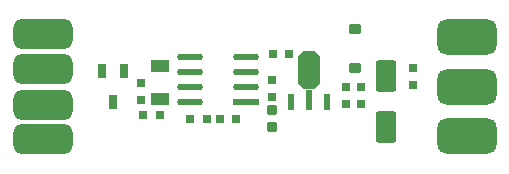
<source format=gbr>
%TF.GenerationSoftware,Altium Limited,Altium Designer,25.8.1 (18)*%
G04 Layer_Color=8421504*
%FSLAX45Y45*%
%MOMM*%
%TF.SameCoordinates,C83170FB-7693-46FD-9F59-C890998B4B8C*%
%TF.FilePolarity,Positive*%
%TF.FileFunction,Paste,Top*%
%TF.Part,Single*%
G01*
G75*
%TA.AperFunction,SMDPad,CuDef*%
G04:AMPARAMS|DCode=10|XSize=2.16916mm|YSize=0.58213mm|CornerRadius=0.29107mm|HoleSize=0mm|Usage=FLASHONLY|Rotation=180.000|XOffset=0mm|YOffset=0mm|HoleType=Round|Shape=RoundedRectangle|*
%AMROUNDEDRECTD10*
21,1,2.16916,0.00000,0,0,180.0*
21,1,1.58703,0.58213,0,0,180.0*
1,1,0.58213,-0.79351,0.00000*
1,1,0.58213,0.79351,0.00000*
1,1,0.58213,0.79351,0.00000*
1,1,0.58213,-0.79351,0.00000*
%
%ADD10ROUNDEDRECTD10*%
%ADD11R,2.16916X0.58213*%
G04:AMPARAMS|DCode=12|XSize=2.65mm|YSize=1.75mm|CornerRadius=0.21875mm|HoleSize=0mm|Usage=FLASHONLY|Rotation=270.000|XOffset=0mm|YOffset=0mm|HoleType=Round|Shape=RoundedRectangle|*
%AMROUNDEDRECTD12*
21,1,2.65000,1.31250,0,0,270.0*
21,1,2.21250,1.75000,0,0,270.0*
1,1,0.43750,-0.65625,-1.10625*
1,1,0.43750,-0.65625,1.10625*
1,1,0.43750,0.65625,1.10625*
1,1,0.43750,0.65625,-1.10625*
%
%ADD12ROUNDEDRECTD12*%
G04:AMPARAMS|DCode=13|XSize=0.76mm|YSize=0.6604mm|CornerRadius=0.08255mm|HoleSize=0mm|Usage=FLASHONLY|Rotation=270.000|XOffset=0mm|YOffset=0mm|HoleType=Round|Shape=RoundedRectangle|*
%AMROUNDEDRECTD13*
21,1,0.76000,0.49530,0,0,270.0*
21,1,0.59490,0.66040,0,0,270.0*
1,1,0.16510,-0.24765,-0.29745*
1,1,0.16510,-0.24765,0.29745*
1,1,0.16510,0.24765,0.29745*
1,1,0.16510,0.24765,-0.29745*
%
%ADD13ROUNDEDRECTD13*%
G04:AMPARAMS|DCode=14|XSize=2.5mm|YSize=5mm|CornerRadius=0.625mm|HoleSize=0mm|Usage=FLASHONLY|Rotation=90.000|XOffset=0mm|YOffset=0mm|HoleType=Round|Shape=RoundedRectangle|*
%AMROUNDEDRECTD14*
21,1,2.50000,3.75000,0,0,90.0*
21,1,1.25000,5.00000,0,0,90.0*
1,1,1.25000,1.87500,0.62500*
1,1,1.25000,1.87500,-0.62500*
1,1,1.25000,-1.87500,-0.62500*
1,1,1.25000,-1.87500,0.62500*
%
%ADD14ROUNDEDRECTD14*%
G04:AMPARAMS|DCode=15|XSize=1.9mm|YSize=3.2mm|CornerRadius=0mm|HoleSize=0mm|Usage=FLASHONLY|Rotation=180.000|XOffset=0mm|YOffset=0mm|HoleType=Round|Shape=Octagon|*
%AMOCTAGOND15*
4,1,8,0.47500,-1.60000,-0.47500,-1.60000,-0.95000,-1.12500,-0.95000,1.12500,-0.47500,1.60000,0.47500,1.60000,0.95000,1.12500,0.95000,-1.12500,0.47500,-1.60000,0.0*
%
%ADD15OCTAGOND15*%

%ADD16R,0.60000X1.80000*%
G04:AMPARAMS|DCode=17|XSize=3mm|YSize=5mm|CornerRadius=0.75mm|HoleSize=0mm|Usage=FLASHONLY|Rotation=90.000|XOffset=0mm|YOffset=0mm|HoleType=Round|Shape=RoundedRectangle|*
%AMROUNDEDRECTD17*
21,1,3.00000,3.50000,0,0,90.0*
21,1,1.50000,5.00000,0,0,90.0*
1,1,1.50000,1.75000,0.75000*
1,1,1.50000,1.75000,-0.75000*
1,1,1.50000,-1.75000,-0.75000*
1,1,1.50000,-1.75000,0.75000*
%
%ADD17ROUNDEDRECTD17*%
%ADD18R,0.70000X1.20000*%
G04:AMPARAMS|DCode=19|XSize=0.8mm|YSize=0.8mm|CornerRadius=0.1mm|HoleSize=0mm|Usage=FLASHONLY|Rotation=90.000|XOffset=0mm|YOffset=0mm|HoleType=Round|Shape=RoundedRectangle|*
%AMROUNDEDRECTD19*
21,1,0.80000,0.60000,0,0,90.0*
21,1,0.60000,0.80000,0,0,90.0*
1,1,0.20000,0.30000,0.30000*
1,1,0.20000,0.30000,-0.30000*
1,1,0.20000,-0.30000,-0.30000*
1,1,0.20000,-0.30000,0.30000*
%
%ADD19ROUNDEDRECTD19*%
G04:AMPARAMS|DCode=20|XSize=0.76mm|YSize=0.6604mm|CornerRadius=0.08255mm|HoleSize=0mm|Usage=FLASHONLY|Rotation=0.000|XOffset=0mm|YOffset=0mm|HoleType=Round|Shape=RoundedRectangle|*
%AMROUNDEDRECTD20*
21,1,0.76000,0.49530,0,0,0.0*
21,1,0.59490,0.66040,0,0,0.0*
1,1,0.16510,0.29745,-0.24765*
1,1,0.16510,-0.29745,-0.24765*
1,1,0.16510,-0.29745,0.24765*
1,1,0.16510,0.29745,0.24765*
%
%ADD20ROUNDEDRECTD20*%
%ADD21R,0.60000X1.40000*%
%ADD22R,1.65000X1.10000*%
G04:AMPARAMS|DCode=23|XSize=0.8mm|YSize=1mm|CornerRadius=0.1mm|HoleSize=0mm|Usage=FLASHONLY|Rotation=270.000|XOffset=0mm|YOffset=0mm|HoleType=Round|Shape=RoundedRectangle|*
%AMROUNDEDRECTD23*
21,1,0.80000,0.80000,0,0,270.0*
21,1,0.60000,1.00000,0,0,270.0*
1,1,0.20000,-0.40000,-0.30000*
1,1,0.20000,-0.40000,0.30000*
1,1,0.20000,0.40000,0.30000*
1,1,0.20000,0.40000,-0.30000*
%
%ADD23ROUNDEDRECTD23*%
D10*
X1526140Y472000D02*
D03*
Y599000D02*
D03*
Y726000D02*
D03*
Y853000D02*
D03*
X1998860D02*
D03*
Y726000D02*
D03*
Y599000D02*
D03*
D11*
Y472000D02*
D03*
D12*
X3187500Y260000D02*
D03*
Y690000D02*
D03*
D13*
X1780000Y325000D02*
D03*
X1920000D02*
D03*
X1130000Y362500D02*
D03*
X1670000Y325000D02*
D03*
X2370000Y875000D02*
D03*
X2230000D02*
D03*
X1530000Y325000D02*
D03*
X1270000Y362500D02*
D03*
D14*
X280000Y155000D02*
D03*
Y750000D02*
D03*
Y450000D02*
D03*
Y1045000D02*
D03*
D15*
X2537500Y742500D02*
D03*
D16*
Y492500D02*
D03*
D17*
X3870001Y180000D02*
D03*
Y1020000D02*
D03*
Y600000D02*
D03*
D18*
X875000Y470000D02*
D03*
X780000Y730000D02*
D03*
X970000D02*
D03*
D19*
X2225000Y256250D02*
D03*
Y406250D02*
D03*
D20*
X1112500Y492500D02*
D03*
X2850000Y455000D02*
D03*
X2975000D02*
D03*
X2225000Y517500D02*
D03*
Y657500D02*
D03*
X2850000Y595000D02*
D03*
X2975000D02*
D03*
X1112500Y632500D02*
D03*
X3412500Y617500D02*
D03*
Y757500D02*
D03*
D21*
X2387500Y472500D02*
D03*
X2687500D02*
D03*
D22*
X1275000Y495000D02*
D03*
Y780000D02*
D03*
D23*
X2925000Y1087000D02*
D03*
Y763000D02*
D03*
%TF.MD5,b049beaad0628643a35dc145a3cd161c*%
M02*

</source>
